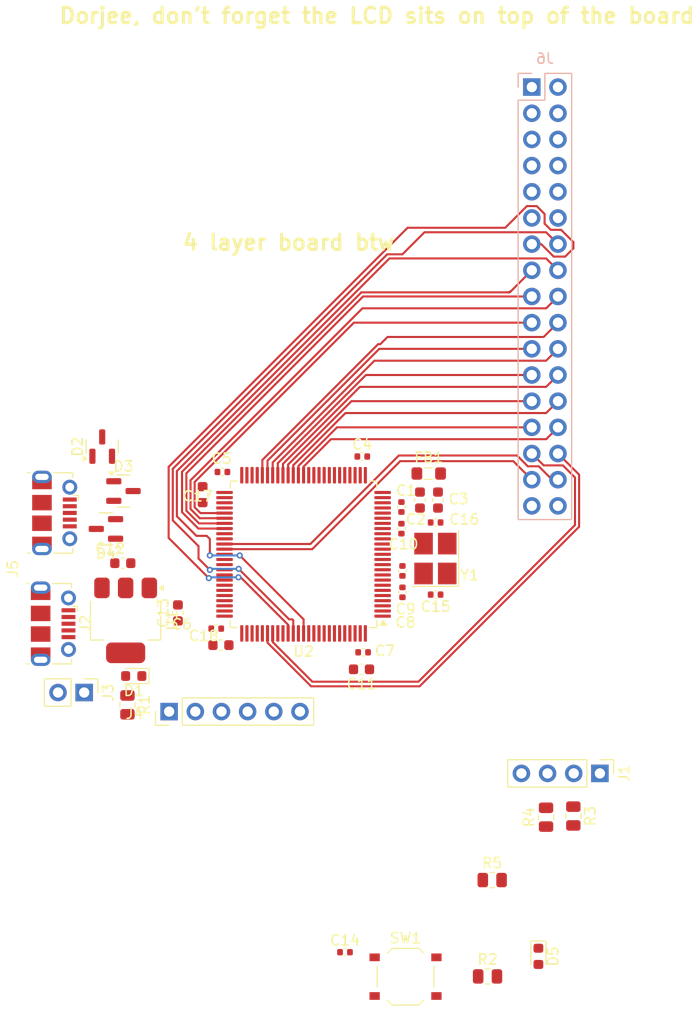
<source format=kicad_pcb>
(kicad_pcb (version 20241229) (generator "pcbnew") (generator_version "9.0")
  (layers (0 "F.Cu" signal) (4 "In1.Cu" signal) (6 "In2.Cu" signal) (2 "B.Cu" power) (13 "F.Paste" user) (15 "B.Paste" user) (5 "F.SilkS" user "F.Silkscreen") (7 "B.SilkS" user "B.Silkscreen") (1 "F.Mask" user) (3 "B.Mask" user) (25 "Edge.Cuts" user))
  (net 0 "")
  (net 1 "GND")
  (net 2 "+3.3VA")
  (net 3 "+3.3V")
  (net 4 "+5V")
  (net 5 "/SWD_NRST")
  (net 6 "/HSE_IN")
  (net 7 "/HSE_OUT")
  (net 8 "/VCAP1")
  (net 9 "/VCAP2")
  (net 10 "Net-(D1-K)")
  (net 11 "/USB_OTG_FS_VBUS")
  (net 12 "/USB_OTG_FS_D-")
  (net 13 "/USB_OTG_FS_D+")
  (net 14 "Net-(D5-A)")
  (net 15 "/USART2_RX")
  (net 16 "/USART2_TX")
  (net 26 "/SWDIO")
  (net 36 "/FMC_A16")
  (net 38 "/FMC_NOE")
  (net 39 "/LCD_NRST")
  (net 40 "/FMC_D12")
  (net 42 "/FMC_D14")
  (net 43 "/FMC_D13")
  (net 44 "/FMC_D9")
  (net 45 "/FMC_D6")
  (net 46 "/TP_SDI")
  (net 47 "/FMC_D8")
  (net 48 "/TP_IRQ")
  (net 49 "/FMC_NE1")
  (net 50 "/FMC_D7")
  (net 51 "/FMC_D3")
  (net 52 "/FMC_D15")
  (net 53 "/TP_SCK")
  (net 55 "/TP_CS")
  (net 56 "/FMC_D5")
  (net 57 "/BL_PWM")
  (net 58 "/FMC_D1")
  (net 59 "/TP_SDO")
  (net 60 "/FMC_D4")
  (net 61 "/FMC_D11")
  (net 62 "/FMC_D10")
  (net 63 "/FMC_D2")
  (net 64 "/FMC_NWE")
  (net 65 "/FMC_D0")
  (net 66 "/BOOT0")
  (net 67 "Net-(U2-PC9)")
  (net 109 "/SWDO")
  (net 110 "/SWDCLK")
  (net 113 "Net-(J1-Pin_3)")
  (net 114 "Net-(J1-Pin_2)")
  (footprint "Capacitor_SMD:C_0402_1005Metric" (layer "F.Cu") (at 192.5 77.5 -90)
    (property "Reference" "C9" (at 3.7 -0.3 0) (layer "F.SilkS"))
    (property "Value" "100n")
    (pad "1" smd roundrect (at -0.48 0 270) (size 0.56 0.62) (layers "F.Cu" "F.Mask" "F.Paste") (net 3 "+3.3V"))
    (pad "2" smd roundrect (at 0.48 0 270) (size 0.56 0.62) (layers "F.Cu" "F.Mask" "F.Paste") (net 1 "GND"))
  )
  (footprint "Capacitor_SMD:C_0603_1608Metric" (layer "F.Cu") (at 170.7 81.575 90)
    (property "Reference" "C13" (at 0 -1.43 90) (layer "F.SilkS"))
    (property "Value" "22u")
    (pad "1" smd roundrect (at -0.775 0 90) (size 0.9 0.95) (layers "F.Cu" "F.Mask" "F.Paste") (net 3 "+3.3V"))
    (pad "2" smd roundrect (at 0.775 0 90) (size 0.9 0.95) (layers "F.Cu" "F.Mask" "F.Paste") (net 1 "GND"))
  )
  (footprint "Button_Switch_SMD:SW_Push_1P1T_XKB_TS-1187A" (layer "F.Cu") (at 192.8 116.875)
    (property "Reference" "SW1" (at 0 -3.75 0) (layer "F.SilkS"))
    (property "Value" "SW_Push")
    (pad "1" smd rect (at -3 -1.875) (size 1 0.75) (layers "F.Cu" "F.Mask" "F.Paste") (net 1 "GND"))
    (pad "1" smd rect (at 3 -1.875) (size 1 0.75) (layers "F.Cu" "F.Mask" "F.Paste") (net 1 "GND"))
    (pad "2" smd rect (at -3 1.875) (size 1 0.75) (layers "F.Cu" "F.Mask" "F.Paste") (net 5 "/SWD_NRST"))
    (pad "2" smd rect (at 3 1.875) (size 1 0.75) (layers "F.Cu" "F.Mask" "F.Paste") (net 5 "/SWD_NRST"))
  )
  (footprint "Resistor_SMD:R_0805_2012Metric" (layer "F.Cu") (at 209.09 101.2875 -90)
    (property "Reference" "R3" (at 0 -1.65 90) (layer "F.SilkS"))
    (property "Value" "220R")
    (pad "1" smd roundrect (at -0.9125 0 270) (size 1.025 1.4) (layers "F.Cu" "F.Mask" "F.Paste") (roundrect_rratio 0.243902) (net 16 "/USART2_TX"))
    (pad "2" smd roundrect (at 0.9125 0 270) (size 1.025 1.4) (layers "F.Cu" "F.Mask" "F.Paste") (roundrect_rratio 0.243902) (net 114 "Net-(J1-Pin_2)"))
  )
  (footprint "Connector_USB:USB_Micro-B_Molex-105017-0001" (layer "F.Cu") (at 158.7375 71.875 -90)
    (property "Reference" "J5" (at 5.425 4.0625 90) (layer "F.SilkS"))
    (property "Value" "USB_B_Micro")
    (pad "1" smd rect (at -1.3 -1.4625 270) (size 0.4 1.35) (layers "F.Cu" "F.Mask" "F.Paste") (net 11 "/USB_OTG_FS_VBUS"))
    (pad "2" smd rect (at -0.65 -1.4625 270) (size 0.4 1.35) (layers "F.Cu" "F.Mask" "F.Paste") (net 12 "/USB_OTG_FS_D-"))
    (pad "3" smd rect (at 0 -1.4625 270) (size 0.4 1.35) (layers "F.Cu" "F.Mask" "F.Paste") (net 13 "/USB_OTG_FS_D+"))
    (pad "4" smd rect (at 0.65 -1.4625 270) (size 0.4 1.35) (layers "F.Cu" "F.Mask" "F.Paste"))
    (pad "5" smd rect (at 1.3 -1.4625 270) (size 0.4 1.35) (layers "F.Cu" "F.Mask" "F.Paste") (net 1 "GND"))
    (pad "6" thru_hole oval (at -3.5 1.2375 90) (size 1.2 1.9) (drill oval 0.6 1.3) (property pad_prop_heatsink) (layers "*.Cu" "*.Mask"))
    (pad "6" smd rect (at -2.9 1.2375 270) (size 1.2 1.9) (layers "F.Cu" "F.Mask"))
    (pad "6" thru_hole circle (at -2.5 -1.4625 270) (size 1.45 1.45) (drill 0.85) (property pad_prop_heatsink) (layers "*.Cu" "*.Mask"))
    (pad "6" smd rect (at -1 1.2375 270) (size 1.5 1.9) (layers "F.Cu" "F.Mask" "F.Paste"))
    (pad "6" smd rect (at 1 1.2375 270) (size 1.5 1.9) (layers "F.Cu" "F.Mask" "F.Paste"))
    (pad "6" thru_hole circle (at 2.5 -1.4625 270) (size 1.45 1.45) (drill 0.85) (property pad_prop_heatsink) (layers "*.Cu" "*.Mask"))
    (pad "6" smd rect (at 2.9 1.2375 270) (size 1.2 1.9) (layers "F.Cu" "F.Mask"))
    (pad "6" thru_hole oval (at 3.5 1.2375 270) (size 1.2 1.9) (drill oval 0.6 1.3) (property pad_prop_heatsink) (layers "*.Cu" "*.Mask"))
  )
  (footprint "Capacitor_SMD:C_0402_1005Metric" (layer "F.Cu") (at 195.72 79.8 180)
    (property "Reference" "C15" (at 0 -1.16 0) (layer "F.SilkS"))
    (property "Value" "10p")
    (pad "1" smd roundrect (at -0.48 0 180) (size 0.56 0.62) (layers "F.Cu" "F.Mask" "F.Paste") (net 6 "/HSE_IN"))
    (pad "2" smd roundrect (at 0.48 0 180) (size 0.56 0.62) (layers "F.Cu" "F.Mask" "F.Paste") (net 1 "GND"))
  )
  (footprint "Resistor_SMD:R_0805_2012Metric" (layer "F.Cu") (at 200.7625 116.85)
    (property "Reference" "R2" (at 0 -1.65 0) (layer "F.SilkS"))
    (property "Value" "10k")
    (pad "1" smd roundrect (at -0.9125 0) (size 1.025 1.4) (layers "F.Cu" "F.Mask" "F.Paste") (roundrect_rratio 0.243902) (net 1 "GND"))
    (pad "2" smd roundrect (at 0.9125 0) (size 1.025 1.4) (layers "F.Cu" "F.Mask" "F.Paste") (roundrect_rratio 0.243902) (net 66 "/BOOT0"))
  )
  (footprint "Resistor_SMD:R_0805_2012Metric" (layer "F.Cu") (at 201.2125 107.5)
    (property "Reference" "R5" (at 0 -1.65 0) (layer "F.SilkS"))
    (property "Value" "1k")
    (pad "1" smd roundrect (at -0.9125 0) (size 1.025 1.4) (layers "F.Cu" "F.Mask" "F.Paste") (roundrect_rratio 0.243902) (net 67 "Net-(U2-PC9)"))
    (pad "2" smd roundrect (at 0.9125 0) (size 1.025 1.4) (layers "F.Cu" "F.Mask" "F.Paste") (roundrect_rratio 0.243902) (net 14 "Net-(D5-A)"))
  )
  (footprint "Crystal:Crystal_SMD_3225-4Pin_3.2x2.5mm_HandSoldering" (layer "F.Cu") (at 195.7 76.3 90)
    (property "Reference" "Y1" (at -1.6 3.3 0) (layer "F.SilkS"))
    (property "Value" "16MHz")
    (pad "1" smd rect (at -1.45 1.15 90) (size 2.1 1.8) (layers "F.Cu" "F.Mask" "F.Paste") (net 6 "/HSE_IN"))
    (pad "2" smd rect (at 1.45 1.15 90) (size 2.1 1.8) (layers "F.Cu" "F.Mask" "F.Paste") (net 1 "GND"))
    (pad "3" smd rect (at 1.45 -1.15 90) (size 2.1 1.8) (layers "F.Cu" "F.Mask" "F.Paste") (net 7 "/HSE_OUT"))
    (pad "4" smd rect (at -1.45 -1.15 90) (size 2.1 1.8) (layers "F.Cu" "F.Mask" "F.Paste") (net 1 "GND"))
  )
  (footprint "Capacitor_SMD:C_0603_1608Metric" (layer "F.Cu") (at 194.2 70.625 -90)
    (property "Reference" "C2" (at 1.865 0.4 180) (layer "F.SilkS"))
    (property "Value" "10u")
    (pad "1" smd roundrect (at -0.775 0 270) (size 0.9 0.95) (layers "F.Cu" "F.Mask" "F.Paste") (net 2 "+3.3VA"))
    (pad "2" smd roundrect (at 0.775 0 270) (size 0.9 0.95) (layers "F.Cu" "F.Mask" "F.Paste") (net 1 "GND"))
  )
  (footprint "Capacitor_SMD:C_0603_1608Metric" (layer "F.Cu") (at 165.35 76.75)
    (property "Reference" "C12" (at -1.225 -1.43 0) (layer "F.SilkS"))
    (property "Value" "22u")
    (pad "1" smd roundrect (at -0.775 0) (size 0.9 0.95) (layers "F.Cu" "F.Mask" "F.Paste") (net 4 "+5V"))
    (pad "2" smd roundrect (at 0.775 0) (size 0.9 0.95) (layers "F.Cu" "F.Mask" "F.Paste") (net 1 "GND"))
  )
  (footprint "LED_SMD:LED_0603_1608Metric" (layer "F.Cu") (at 166.4125 87.7 180)
    (property "Reference" "D1" (at 0 -1.43 0) (layer "F.SilkS"))
    (property "Value" "RED")
    (pad "1" smd roundrect (at -0.7875 0 180) (size 0.875 0.95) (layers "F.Cu" "F.Mask" "F.Paste") (net 10 "Net-(D1-K)"))
    (pad "2" smd roundrect (at 0.7875 0 180) (size 0.875 0.95) (layers "F.Cu" "F.Mask" "F.Paste") (net 3 "+3.3V"))
  )
  (footprint "Capacitor_SMD:C_0402_1005Metric" (layer "F.Cu") (at 186.92 114.5)
    (property "Reference" "C14" (at 0 -1.16 0) (layer "F.SilkS"))
    (property "Value" "100n")
    (pad "1" smd roundrect (at -0.48 0) (size 0.56 0.62) (layers "F.Cu" "F.Mask" "F.Paste") (net 1 "GND"))
    (pad "2" smd roundrect (at 0.48 0) (size 0.56 0.62) (layers "F.Cu" "F.Mask" "F.Paste") (net 5 "/SWD_NRST"))
  )
  (footprint "Capacitor_SMD:C_0402_1005Metric" (layer "F.Cu") (at 192.5 79.58 90)
    (property "Reference" "C8" (at -2.92 0.3 0) (layer "F.SilkS"))
    (property "Value" "100n")
    (pad "1" smd roundrect (at -0.48 0 90) (size 0.56 0.62) (layers "F.Cu" "F.Mask" "F.Paste") (net 3 "+3.3V"))
    (pad "2" smd roundrect (at 0.48 0 90) (size 0.56 0.62) (layers "F.Cu" "F.Mask" "F.Paste") (net 1 "GND"))
  )
  (footprint "Package_TO_SOT_SMD:SOT-23" (layer "F.Cu") (at 163.35 65.4375 90)
    (property "Reference" "D2" (at 0 -2.4 90) (layer "F.SilkS"))
    (property "Value" "P6SMB6.8")
    (pad "1" smd roundrect (at -0.9375 -0.95 90) (size 1.475 0.6) (layers "F.Cu" "F.Mask" "F.Paste") (net 1 "GND"))
    (pad "2" smd roundrect (at -0.9375 0.95 90) (size 1.475 0.6) (layers "F.Cu" "F.Mask" "F.Paste") (net 11 "/USB_OTG_FS_VBUS"))
    (pad "3" smd roundrect (at 0.9375 0 90) (size 1.475 0.6) (layers "F.Cu" "F.Mask" "F.Paste"))
  )
  (footprint "Capacitor_SMD:C_0402_1005Metric" (layer "F.Cu") (at 195.72 72.8)
    (property "Reference" "C16" (at 2.78 -0.3 0) (layer "F.SilkS"))
    (property "Value" "10p")
    (pad "1" smd roundrect (at -0.48 0) (size 0.56 0.62) (layers "F.Cu" "F.Mask" "F.Paste") (net 7 "/HSE_OUT"))
    (pad "2" smd roundrect (at 0.48 0) (size 0.56 0.62) (layers "F.Cu" "F.Mask" "F.Paste") (net 1 "GND"))
  )
  (footprint "Capacitor_SMD:C_0603_1608Metric" (layer "F.Cu") (at 174.875 84.7 180)
    (property "Reference" "C18" (at 1.675 0.9 180) (layer "F.SilkS"))
    (property "Value" "2u2")
    (pad "1" smd roundrect (at -0.775 0 180) (size 0.9 0.95) (layers "F.Cu" "F.Mask" "F.Paste") (net 9 "/VCAP2"))
    (pad "2" smd roundrect (at 0.775 0 180) (size 0.9 0.95) (layers "F.Cu" "F.Mask" "F.Paste") (net 1 "GND"))
  )
  (footprint "LED_SMD:LED_0603_1608Metric" (layer "F.Cu") (at 205.7 114.9 -90)
    (property "Reference" "D5" (at 0 -1.43 90) (layer "F.SilkS"))
    (property "Value" "GREEN")
    (pad "1" smd roundrect (at -0.7875 0 270) (size 0.875 0.95) (layers "F.Cu" "F.Mask" "F.Paste") (net 1 "GND"))
    (pad "2" smd roundrect (at 0.7875 0 270) (size 0.875 0.95) (layers "F.Cu" "F.Mask" "F.Paste") (net 14 "Net-(D5-A)"))
  )
  (footprint "Package_TO_SOT_SMD:SOT-23" (layer "F.Cu") (at 163.7125 73.425 180)
    (property "Reference" "D4" (at 0 -2.4 0) (layer "F.SilkS"))
    (property "Value" "P6SMB6.8")
    (pad "1" smd roundrect (at -0.9375 -0.95 180) (size 1.475 0.6) (layers "F.Cu" "F.Mask" "F.Paste") (net 1 "GND"))
    (pad "2" smd roundrect (at -0.9375 0.95 180) (size 1.475 0.6) (layers "F.Cu" "F.Mask" "F.Paste") (net 13 "/USB_OTG_FS_D+"))
    (pad "3" smd roundrect (at 0.9375 0 180) (size 1.475 0.6) (layers "F.Cu" "F.Mask" "F.Paste"))
  )
  (footprint "Capacitor_SMD:C_0402_1005Metric" (layer "F.Cu") (at 175.02 67.9 180)
    (property "Reference" "C5" (at 0.07 1.3 0) (layer "F.SilkS"))
    (property "Value" "100n")
    (pad "1" smd roundrect (at -0.48 0 180) (size 0.56 0.62) (layers "F.Cu" "F.Mask" "F.Paste") (net 3 "+3.3V"))
    (pad "2" smd roundrect (at 0.48 0 180) (size 0.56 0.62) (layers "F.Cu" "F.Mask" "F.Paste") (net 1 "GND"))
  )
  (footprint "Connector_USB:USB_Micro-B_Molex-105017-0001" (layer "F.Cu") (at 158.6125 82.625 -90)
    (property "Reference" "J2" (at 0 -3.1125 90) (layer "F.SilkS"))
    (property "Value" "USB_B_Micro")
    (pad "1" smd rect (at -1.3 -1.4625 270) (size 0.4 1.35) (layers "F.Cu" "F.Mask" "F.Paste") (net 4 "+5V"))
    (pad "2" smd rect (at -0.65 -1.4625 270) (size 0.4 1.35) (layers "F.Cu" "F.Mask" "F.Paste"))
    (pad "3" smd rect (at 0 -1.4625 270) (size 0.4 1.35) (layers "F.Cu" "F.Mask" "F.Paste"))
    (pad "4" smd rect (at 0.65 -1.4625 270) (size 0.4 1.35) (layers "F.Cu" "F.Mask" "F.Paste"))
    (pad "5" smd rect (at 1.3 -1.4625 270) (size 0.4 1.35) (layers "F.Cu" "F.Mask" "F.Paste") (net 1 "GND"))
    (pad "6" thru_hole oval (at -3.5 1.2375 90) (size 1.2 1.9) (drill oval 0.6 1.3) (property pad_prop_heatsink) (layers "*.Cu" "*.Mask"))
    (pad "6" smd rect (at -2.9 1.2375 270) (size 1.2 1.9) (layers "F.Cu" "F.Mask"))
    (pad "6" thru_hole circle (at -2.5 -1.4625 270) (size 1.45 1.45) (drill 0.85) (property pad_prop_heatsink) (layers "*.Cu" "*.Mask"))
    (pad "6" smd rect (at -1 1.2375 270) (size 1.5 1.9) (layers "F.Cu" "F.Mask" "F.Paste"))
    (pad "6" smd rect (at 1 1.2375 270) (size 1.5 1.9) (layers "F.Cu" "F.Mask" "F.Paste"))
    (pad "6" thru_hole circle (at 2.5 -1.4625 270) (size 1.45 1.45) (drill 0.85) (property pad_prop_heatsink) (layers "*.Cu" "*.Mask"))
    (pad "6" smd rect (at 2.9 1.2375 270) (size 1.2 1.9) (layers "F.Cu" "F.Mask"))
    (pad "6" thru_hole oval (at 3.5 1.2375 270) (size 1.2 1.9) (drill oval 0.6 1.3) (property pad_prop_heatsink) (layers "*.Cu" "*.Mask"))
  )
  (footprint "Package_QFP:LQFP-100_14x14mm_P0.5mm" (layer "F.Cu") (at 182.9 75.89 180)
    (property "Reference" "U2" (at 0 -9.42 0) (layer "F.SilkS"))
    (property "Value" "STM32F429VITx")
    (pad "1" smd roundrect (at -7.675 -6 180) (size 1.6 0.3) (layers "F.Cu" "F.Mask" "F.Paste"))
    (pad "2" smd roundrect (at -7.675 -5.5 180) (size 1.6 0.3) (layers "F.Cu" "F.Mask" "F.Paste"))
    (pad "3" smd roundrect (at -7.675 -5 180) (size 1.6 0.3) (layers "F.Cu" "F.Mask" "F.Paste"))
    (pad "4" smd roundrect (at -7.675 -4.5 180) (size 1.6 0.3) (layers "F.Cu" "F.Mask" "F.Paste"))
    (pad "5" smd roundrect (at -7.675 -4 180) (size 1.6 0.3) (layers "F.Cu" "F.Mask" "F.Paste"))
    (pad "6" smd roundrect (at -7.675 -3.5 180) (size 1.6 0.3) (layers "F.Cu" "F.Mask" "F.Paste") (net 3 "+3.3V"))
    (pad "7" smd roundrect (at -7.675 -3 180) (size 1.6 0.3) (layers "F.Cu" "F.Mask" "F.Paste"))
    (pad "8" smd roundrect (at -7.675 -2.5 180) (size 1.6 0.3) (layers "F.Cu" "F.Mask" "F.Paste"))
    (pad "9" smd roundrect (at -7.675 -2 180) (size 1.6 0.3) (layers "F.Cu" "F.Mask" "F.Paste"))
    (pad "10" smd roundrect (at -7.675 -1.5 180) (size 1.6 0.3) (layers "F.Cu" "F.Mask" "F.Paste") (net 1 "GND"))
    (pad "11" smd roundrect (at -7.675 -1 180) (size 1.6 0.3) (layers "F.Cu" "F.Mask" "F.Paste") (net 3 "+3.3V"))
    (pad "12" smd roundrect (at -7.675 -0.5 180) (size 1.6 0.3) (layers "F.Cu" "F.Mask" "F.Paste") (net 6 "/HSE_IN"))
    (pad "13" smd roundrect (at -7.675 0 180) (size 1.6 0.3) (layers "F.Cu" "F.Mask" "F.Paste") (net 7 "/HSE_OUT"))
    (pad "14" smd roundrect (at -7.675 0.5 180) (size 1.6 0.3) (layers "F.Cu" "F.Mask" "F.Paste") (net 5 "/SWD_NRST"))
    (pad "15" smd roundrect (at -7.675 1 180) (size 1.6 0.3) (layers "F.Cu" "F.Mask" "F.Paste"))
    (pad "16" smd roundrect (at -7.675 1.5 180) (size 1.6 0.3) (layers "F.Cu" "F.Mask" "F.Paste"))
    (pad "17" smd roundrect (at -7.675 2 180) (size 1.6 0.3) (layers "F.Cu" "F.Mask" "F.Paste"))
    (pad "18" smd roundrect (at -7.675 2.5 180) (size 1.6 0.3) (layers "F.Cu" "F.Mask" "F.Paste"))
    (pad "19" smd roundrect (at -7.675 3 180) (size 1.6 0.3) (layers "F.Cu" "F.Mask" "F.Paste") (net 3 "+3.3V"))
    (pad "20" smd roundrect (at -7.675 3.5 180) (size 1.6 0.3) (layers "F.Cu" "F.Mask" "F.Paste") (net 1 "GND"))
    (pad "21" smd roundrect (at -7.675 4 180) (size 1.6 0.3) (layers "F.Cu" "F.Mask" "F.Paste") (net 2 "+3.3VA"))
    (pad "22" smd roundrect (at -7.675 4.5 180) (size 1.6 0.3) (layers "F.Cu" "F.Mask" "F.Paste") (net 2 "+3.3VA"))
    (pad "23" smd roundrect (at -7.675 5 180) (size 1.6 0.3) (layers "F.Cu" "F.Mask" "F.Paste"))
    (pad "24" smd roundrect (at -7.675 5.5 180) (size 1.6 0.3) (layers "F.Cu" "F.Mask" "F.Paste") (net 57 "/BL_PWM"))
    (pad "25" smd roundrect (at -7.675 6 180) (size 1.6 0.3) (layers "F.Cu" "F.Mask" "F.Paste") (net 16 "/USART2_TX"))
    (pad "26" smd roundrect (at -6 7.675 180) (size 0.3 1.6) (layers "F.Cu" "F.Mask" "F.Paste") (net 15 "/USART2_RX"))
    (pad "27" smd roundrect (at -5.5 7.675 180) (size 0.3 1.6) (layers "F.Cu" "F.Mask" "F.Paste") (net 1 "GND"))
    (pad "28" smd roundrect (at -5 7.675 180) (size 0.3 1.6) (layers "F.Cu" "F.Mask" "F.Paste") (net 3 "+3.3V"))
    (pad "29" smd roundrect (at -4.5 7.675 180) (size 0.3 1.6) (layers "F.Cu" "F.Mask" "F.Paste") (net 55 "/TP_CS"))
    (pad "30" smd roundrect (at -4 7.675 180) (size 0.3 1.6) (layers "F.Cu" "F.Mask" "F.Paste") (net 53 "/TP_SCK"))
    (pad "31" smd roundrect (at -3.5 7.675 180) (size 0.3 1.6) (layers "F.Cu" "F.Mask" "F.Paste") (net 59 "/TP_SDO"))
    (pad "32" smd roundrect (at -3 7.675 180) (size 0.3 1.6) (layers "F.Cu" "F.Mask" "F.Paste") (net 46 "/TP_SDI"))
    (pad "33" smd roundrect (at -2.5 7.675 180) (size 0.3 1.6) (layers "F.Cu" "F.Mask" "F.Paste") (net 48 "/TP_IRQ"))
    (pad "34" smd roundrect (at -2 7.675 180) (size 0.3 1.6) (layers "F.Cu" "F.Mask" "F.Paste"))
    (pad "35" smd roundrect (at -1.5 7.675 180) (size 0.3 1.6) (layers "F.Cu" "F.Mask" "F.Paste"))
    (pad "36" smd roundrect (at -1 7.675 180) (size 0.3 1.6) (layers "F.Cu" "F.Mask" "F.Paste"))
    (pad "37" smd roundrect (at -0.5 7.675 180) (size 0.3 1.6) (layers "F.Cu" "F.Mask" "F.Paste"))
    (pad "38" smd roundrect (at 0 7.675 180) (size 0.3 1.6) (layers "F.Cu" "F.Mask" "F.Paste") (net 60 "/FMC_D4"))
    (pad "39" smd roundrect (at 0.5 7.675 180) (size 0.3 1.6) (layers "F.Cu" "F.Mask" "F.Paste") (net 56 "/FMC_D5"))
    (pad "40" smd roundrect (at 1 7.675 180) (size 0.3 1.6) (layers "F.Cu" "F.Mask" "F.Paste") (net 45 "/FMC_D6"))
    (pad "41" smd roundrect (at 1.5 7.675 180) (size 0.3 1.6) (layers "F.Cu" "F.Mask" "F.Paste") (net 50 "/FMC_D7"))
    (pad "42" smd roundrect (at 2 7.675 180) (size 0.3 1.6) (layers "F.Cu" "F.Mask" "F.Paste") (net 47 "/FMC_D8"))
    (pad "43" smd roundrect (at 2.5 7.675 180) (size 0.3 1.6) (layers "F.Cu" "F.Mask" "F.Paste") (net 44 "/FMC_D9"))
    (pad "44" smd roundrect (at 3 7.675 180) (size 0.3 1.6) (layers "F.Cu" "F.Mask" "F.Paste") (net 62 "/FMC_D10"))
    (pad "45" smd roundrect (at 3.5 7.675 180) (size 0.3 1.6) (layers "F.Cu" "F.Mask" "F.Paste") (net 61 "/FMC_D11"))
    (pad "46" smd roundrect (at 4 7.675 180) (size 0.3 1.6) (layers "F.Cu" "F.Mask" "F.Paste") (net 40 "/FMC_D12"))
    (pad "47" smd roundrect (at 4.5 7.675 180) (size 0.3 1.6) (layers "F.Cu" "F.Mask" "F.Paste"))
    (pad "48" smd roundrect (at 5 7.675 180) (size 0.3 1.6) (layers "F.Cu" "F.Mask" "F.Paste"))
    (pad "49" smd roundrect (at 5.5 7.675 180) (size 0.3 1.6) (layers "F.Cu" "F.Mask" "F.Paste") (net 8 "/VCAP1"))
    (pad "50" smd roundrect (at 6 7.675 180) (size 0.3 1.6) (layers "F.Cu" "F.Mask" "F.Paste") (net 3 "+3.3V"))
    (pad "51" smd roundrect (at 7.675 6 180) (size 1.6 0.3) (layers "F.Cu" "F.Mask" "F.Paste"))
    (pad "52" smd roundrect (at 7.675 5.5 180) (size 1.6 0.3) (layers "F.Cu" "F.Mask" "F.Paste"))
    (pad "53" smd roundrect (at 7.675 5 180) (size 1.6 0.3) (layers "F.Cu" "F.Mask" "F.Paste"))
    (pad "54" smd roundrect (at 7.675 4.5 180) (size 1.6 0.3) (layers "F.Cu" "F.Mask" "F.Paste"))
    (pad "55" smd roundrect (at 7.675 4 180) (size 1.6 0.3) (layers "F.Cu" "F.Mask" "F.Paste") (net 43 "/FMC_D13"))
    (pad "56" smd roundrect (at 7.675 3.5 180) (size 1.6 0.3) (layers "F.Cu" "F.Mask" "F.Paste") (net 42 "/FMC_D14"))
    (pad "57" smd roundrect (at 7.675 3 180) (size 1.6 0.3) (layers "F.Cu" "F.Mask" "F.Paste") (net 52 "/FMC_D15"))
    (pad "58" smd roundrect (at 7.675 2.5 180) (size 1.6 0.3) (layers "F.Cu" "F.Mask" "F.Paste") (net 36 "/FMC_A16"))
    (pad "59" smd roundrect (at 7.675 2 180) (size 1.6 0.3) (layers "F.Cu" "F.Mask" "F.Paste"))
    (pad "60" smd roundrect (at 7.675 1.5 180) (size 1.6 0.3) (layers "F.Cu" "F.Mask" "F.Paste"))
    (pad "61" smd roundrect (at 7.675 1 180) (size 1.6 0.3) (layers "F.Cu" "F.Mask" "F.Paste") (net 65 "/FMC_D0"))
    (pad "62" smd roundrect (at 7.675 0.5 180) (size 1.6 0.3) (layers "F.Cu" "F.Mask" "F.Paste") (net 58 "/FMC_D1"))
    (pad "63" smd roundrect (at 7.675 0 180) (size 1.6 0.3) (layers "F.Cu" "F.Mask" "F.Paste"))
    (pad "64" smd roundrect (at 7.675 -0.5 180) (size 1.6 0.3) (layers "F.Cu" "F.Mask" "F.Paste"))
    (pad "65" smd roundrect (at 7.675 -1 180) (size 1.6 0.3) (layers "F.Cu" "F.Mask" "F.Paste"))
    (pad "66" smd roundrect (at 7.675 -1.5 180) (size 1.6 0.3) (layers "F.Cu" "F.Mask" "F.Paste") (net 67 "Net-(U2-PC9)"))
    (pad "67" smd roundrect (at 7.675 -2 180) (size 1.6 0.3) (layers "F.Cu" "F.Mask" "F.Paste"))
    (pad "68" smd roundrect (at 7.675 -2.5 180) (size 1.6 0.3) (layers "F.Cu" "F.Mask" "F.Paste") (net 11 "/USB_OTG_FS_VBUS"))
    (pad "69" smd roundrect (at 7.675 -3 180) (size 1.6 0.3) (layers "F.Cu" "F.Mask" "F.Paste"))
    (pad "70" smd roundrect (at 7.675 -3.5 180) (size 1.6 0.3) (layers "F.Cu" "F.Mask" "F.Paste") (net 12 "/USB_OTG_FS_D-"))
    (pad "71" smd roundrect (at 7.675 -4 180) (size 1.6 0.3) (layers "F.Cu" "F.Mask" "F.Paste") (net 13 "/USB_OTG_FS_D+"))
    (pad "72" smd roundrect (at 7.675 -4.5 180) (size 1.6 0.3) (layers "F.Cu" "F.Mask" "F.Paste") (net 26 "/SWDIO"))
    (pad "73" smd roundrect (at 7.675 -5 180) (size 1.6 0.3) (layers "F.Cu" "F.Mask" "F.Paste") (net 9 "/VCAP2"))
    (pad "74" smd roundrect (at 7.675 -5.5 180) (size 1.6 0.3) (layers "F.Cu" "F.Mask" "F.Paste") (net 1 "GND"))
    (pad "75" smd roundrect (at 7.675 -6 180) (size 1.6 0.3) (layers "F.Cu" "F.Mask" "F.Paste") (net 3 "+3.3V"))
    (pad "76" smd roundrect (at 6 -7.675 180) (size 0.3 1.6) (layers "F.Cu" "F.Mask" "F.Paste") (net 110 "/SWDCLK"))
    (pad "77" smd roundrect (at 5.5 -7.675 180) (size 0.3 1.6) (layers "F.Cu" "F.Mask" "F.Paste"))
    (pad "78" smd roundrect (at 5 -7.675 180) (size 0.3 1.6) (layers "F.Cu" "F.Mask" "F.Paste"))
    (pad "79" smd roundrect (at 4.5 -7.675 180) (size 0.3 1.6) (layers "F.Cu" "F.Mask" "F.Paste"))
    (pad "80" smd roundrect (at 4 -7.675 180) (size 0.3 1.6) (layers "F.Cu" "F.Mask" "F.Paste"))
    (pad "81" smd roundrect (at 3.5 -7.675 180) (size 0.3 1.6) (layers "F.Cu" "F.Mask" "F.Paste") (net 63 "/FMC_D2"))
    (pad "82" smd roundrect (at 3 -7.675 180) (size 0.3 1.6) (layers "F.Cu" "F.Mask" "F.Paste") (net 51 "/FMC_D3"))
    (pad "83" smd roundrect (at 2.5 -7.675 180) (size 0.3 1.6) (layers "F.Cu" "F.Mask" "F.Paste"))
    (pad "84" smd roundrect (at 2 -7.675 180) (size 0.3 1.6) (layers "F.Cu" "F.Mask" "F.Paste"))
    (pad "85" smd roundrect (at 1.5 -7.675 180) (size 0.3 1.6) (layers "F.Cu" "F.Mask" "F.Paste") (net 38 "/FMC_NOE"))
    (pad "86" smd roundrect (at 1 -7.675 180) (size 0.3 1.6) (layers "F.Cu" "F.Mask" "F.Paste") (net 64 "/FMC_NWE"))
    (pad "87" smd roundrect (at 0.5 -7.675 180) (size 0.3 1.6) (layers "F.Cu" "F.Mask" "F.Paste") (net 39 "/LCD_NRST"))
    (pad "88" smd roundrect (at 0 -7.675 180) (size 0.3 1.6) (layers "F.Cu" "F.Mask" "F.Paste") (net 49 "/FMC_NE1"))
    (pad "89" smd roundrect (at -0.5 -7.675 180) (size 0.3 1.6) (layers "F.Cu" "F.Mask" "F.Paste") (net 109 "/SWDO"))
    (pad "90" smd roundrect (at -1 -7.675 180) (size 0.3 1.6) (layers "F.Cu" "F.Mask" "F.Paste"))
    (pad "91" smd roundrect (at -1.5 -7.675 180) (size 0.3 1.6) (layers "F.Cu" "F.Mask" "F.Paste"))
    (pad "92" smd roundrect (at -2 -7.675 180) (size 0.3 1.6) (layers "F.Cu" "F.Mask" "F.Paste"))
    (pad "93" smd roundrect (at -2.5 -7.675 180) (size 0.3 1.6) (layers "F.Cu" "F.Mask" "F.Paste"))
    (pad "94" smd roundrect (at -3 -7.675 180) (size 0.3 1.6) (layers "F.Cu" "F.Mask" "F.Paste") (net 66 "/BOOT0"))
    (pad "95" smd roundrect (at -3.5 -7.675 180) (size 0.3 1.6) (layers "F.Cu" "F.Mask" "F.Paste"))
    (pad "96" smd roundrect (at -4 -7.675 180) (size 0.3 1.6) (layers "F.Cu" "F.Mask" "F.Paste"))
    (pad "97" smd roundrect (at -4.5 -7.675 180) (size 0.3 1.6) (layers "F.Cu" "F.Mask" "F.Paste"))
    (pad "98" smd roundrect (at -5 -7.675 180) (size 0.3 1.6) (layers "F.Cu" "F.Mask" "F.Paste"))
    (pad "99" smd roundrect (at -5.5 -7.675 180) (size 0.3 1.6) (layers "F.Cu" "F.Mask" "F.Paste") (net 1 "GND"))
    (pad "100" smd roundrect (at -6 -7.675 180) (size 0.3 1.6) (layers "F.Cu" "F.Mask" "F.Paste") (net 3 "+3.3V"))
  )
  (footprint "Package_TO_SOT_SMD:SOT-223-3_TabPin2" (layer "F.Cu") (at 165.625 82.3 -90)
    (property "Reference" "U1" (at 0 -4.5 90) (layer "F.SilkS"))
    (property "Value" "AMS1117-3.3")
    (pad "1" smd roundrect (at -3.15 -2.3 270) (size 2 1.5) (layers "F.Cu" "F.Mask" "F.Paste") (net 1 "GND"))
    (pad "2" smd roundrect (at -3.15 0 270) (size 2 1.5) (layers "F.Cu" "F.Mask" "F.Paste") (net 3 "+3.3V"))
    (pad "2" smd roundrect (at 3.15 0 270) (size 2 3.8) (layers "F.Cu" "F.Mask" "F.Paste") (net 3 "+3.3V"))
    (pad "3" smd roundrect (at -3.15 2.3 270) (size 2 1.5) (layers "F.Cu" "F.Mask" "F.Paste") (net 4 "+5V"))
  )
  (footprint "Capacitor_SMD:C_0402_1005Metric" (layer "F.Cu") (at 188.6 66.4)
    (property "Reference" "C4" (at 0 -1.16 0) (layer "F.SilkS"))
    (property "Value" "100n")
    (pad "1" smd roundrect (at -0.48 0) (size 0.56 0.62) (layers "F.Cu" "F.Mask" "F.Paste") (net 3 "+3.3V"))
    (pad "2" smd roundrect (at 0.48 0) (size 0.56 0.62) (layers "F.Cu" "F.Mask" "F.Paste") (net 1 "GND"))
  )
  (footprint "Capacitor_SMD:C_0402_1005Metric" (layer "F.Cu") (at 192.4 71.3 -90)
    (property "Reference" "C1" (at -1.6 -0.46 0) (layer "F.SilkS"))
    (property "Value" "100n")
    (pad "1" smd roundrect (at -0.48 0 270) (size 0.56 0.62) (layers "F.Cu" "F.Mask" "F.Paste") (net 2 "+3.3VA"))
    (pad "2" smd roundrect (at 0.48 0 270) (size 0.56 0.62) (layers "F.Cu" "F.Mask" "F.Paste") (net 1 "GND"))
  )
  (footprint "Connector_PinHeader_2.54mm:PinHeader_1x02_P2.54mm_Vertical" (layer "F.Cu") (at 161.6 89.3 -90)
    (property "Reference" "J3" (at 0 -2.33 90) (layer "F.SilkS"))
    (property "Value" "Conn_01x02")
    (pad "1" thru_hole rect (at 0 0 270) (size 1.7 1.7) (drill 1) (layers "*.Cu" "*.Mask") (net 4 "+5V"))
    (pad "2" thru_hole oval (at 0 2.54 270) (size 1.7 1.7) (drill 1) (layers "*.Cu" "*.Mask") (net 1 "GND"))
  )
  (footprint "Capacitor_SMD:C_0402_1005Metric" (layer "F.Cu") (at 188.68 85.4 180)
    (property "Reference" "C7" (at -2.12 0.15 0) (layer "F.SilkS"))
    (property "Value" "100n")
    (pad "1" smd roundrect (at -0.48 0 180) (size 0.56 0.62) (layers "F.Cu" "F.Mask" "F.Paste") (net 3 "+3.3V"))
    (pad "2" smd roundrect (at 0.48 0 180) (size 0.56 0.62) (layers "F.Cu" "F.Mask" "F.Paste") (net 1 "GND"))
  )
  (footprint "Connector_PinHeader_2.54mm:PinHeader_1x06_P2.54mm_Vertical" (layer "F.Cu") (at 169.85 91.15 90)
    (property "Reference" "J4" (at -0.2 -3.37 0) (layer "F.SilkS"))
    (property "Value" "Conn_01x06")
    (pad "1" thru_hole rect (at 0 0 90) (size 1.7 1.7) (drill 1) (layers "*.Cu" "*.Mask") (net 3 "+3.3V"))
    (pad "2" thru_hole oval (at 0 2.54 90) (size 1.7 1.7) (drill 1) (layers "*.Cu" "*.Mask") (net 5 "/SWD_NRST"))
    (pad "3" thru_hole oval (at 0 5.08 90) (size 1.7 1.7) (drill 1) (layers "*.Cu" "*.Mask") (net 26 "/SWDIO"))
    (pad "4" thru_hole oval (at 0 7.62 90) (size 1.7 1.7) (drill 1) (layers "*.Cu" "*.Mask") (net 110 "/SWDCLK"))
    (pad "5" thru_hole oval (at 0 10.16 90) (size 1.7 1.7) (drill 1) (layers "*.Cu" "*.Mask") (net 109 "/SWDO"))
    (pad "6" thru_hole oval (at 0 12.7 90) (size 1.7 1.7) (drill 1) (layers "*.Cu" "*.Mask") (net 1 "GND"))
  )
  (footprint "Connector_PinHeader_2.54mm:PinHeader_1x04_P2.54mm_Vertical" (layer "F.Cu") (at 211.67 97.15 -90)
    (property "Reference" "J1" (at 0 -2.33 90) (layer "F.SilkS"))
    (property "Value" "Conn_01x04")
    (pad "1" thru_hole rect (at 0 0 270) (size 1.7 1.7) (drill 1) (layers "*.Cu" "*.Mask") (net 3 "+3.3V"))
    (pad "2" thru_hole oval (at 0 2.54 270) (size 1.7 1.7) (drill 1) (layers "*.Cu" "*.Mask") (net 114 "Net-(J1-Pin_2)"))
    (pad "3" thru_hole oval (at 0 5.08 270) (size 1.7 1.7) (drill 1) (layers "*.Cu" "*.Mask") (net 113 "Net-(J1-Pin_3)"))
    (pad "4" thru_hole oval (at 0 7.62 270) (size 1.7 1.7) (drill 1) (layers "*.Cu" "*.Mask") (net 1 "GND"))
  )
  (footprint "Capacitor_SMD:C_0402_1005Metric" (layer "F.Cu") (at 174.42 83.1 180)
    (property "Reference" "C6" (at 3.345 0.425 0) (layer "F.SilkS"))
    (property "Value" "100n")
    (pad "1" smd roundrect (at -0.48 0 180) (size 0.56 0.62) (layers "F.Cu" "F.Mask" "F.Paste") (net 3 "+3.3V"))
    (pad "2" smd roundrect (at 0.48 0 180) (size 0.56 0.62) (layers "F.Cu" "F.Mask" "F.Paste") (net 1 "GND"))
  )
  (footprint "Capacitor_SMD:C_0402_1005Metric" (layer "F.Cu") (at 192.4 73.4 90)
    (property "Reference" "C10" (at -1.5 0.2 0) (layer "F.SilkS"))
    (property "Value" "100n")
    (pad "1" smd roundrect (at -0.48 0 90) (size 0.56 0.62) (layers "F.Cu" "F.Mask" "F.Paste") (net 3 "+3.3V"))
    (pad "2" smd roundrect (at 0.48 0 90) (size 0.56 0.62) (layers "F.Cu" "F.Mask" "F.Paste") (net 1 "GND"))
  )
  (footprint "Capacitor_SMD:C_0603_1608Metric" (layer "F.Cu") (at 195.95 70.625 -90)
    (property "Reference" "C3" (at -0.1 -2 0) (layer "F.SilkS"))
    (property "Value" "1u")
    (pad "1" smd roundrect (at -0.775 0 270) (size 0.9 0.95) (layers "F.Cu" "F.Mask" "F.Paste") (net 3 "+3.3V"))
    (pad "2" smd roundrect (at 0.775 0 270) (size 0.9 0.95) (layers "F.Cu" "F.Mask" "F.Paste") (net 1 "GND"))
  )
  (footprint "Inductor_SMD:L_0805_2012Metric_Pad1.05x1.20mm_HandSolder" (layer "F.Cu") (at 195.05 68.05)
    (property "Reference" "FB1" (at 0 -1.55 0) (layer "F.SilkS"))
    (property "Value" "120R")
    (pad "1" smd roundrect (at -1.15 0) (size 1.05 1.2) (layers "F.Cu" "F.Mask" "F.Paste") (roundrect_rratio 0.238095) (net 2 "+3.3VA"))
    (pad "2" smd roundrect (at 1.15 0) (size 1.05 1.2) (layers "F.Cu" "F.Mask" "F.Paste") (roundrect_rratio 0.238095) (net 3 "+3.3V"))
  )
  (footprint "Capacitor_SMD:C_0603_1608Metric" (layer "F.Cu") (at 188.525 87.05 180)
    (property "Reference" "C11" (at 0 -1.43 0) (layer "F.SilkS"))
    (property "Value" "10u")
    (pad "1" smd roundrect (at -0.775 0 180) (size 0.9 0.95) (layers "F.Cu" "F.Mask" "F.Paste") (net 3 "+3.3V"))
    (pad "2" smd roundrect (at 0.775 0 180) (size 0.9 0.95) (layers "F.Cu" "F.Mask" "F.Paste") (net 1 "GND"))
  )
  (footprint "Package_TO_SOT_SMD:SOT-23" (layer "F.Cu") (at 165.4125 69.75)
    (property "Reference" "D3" (at 0 -2.4 0) (layer "F.SilkS"))
    (property "Value" "P6SMB6.8")
    (pad "1" smd roundrect (at -0.9375 -0.95) (size 1.475 0.6) (layers "F.Cu" "F.Mask" "F.Paste") (net 1 "GND"))
    (pad "2" smd roundrect (at -0.9375 0.95) (size 1.475 0.6) (layers "F.Cu" "F.Mask" "F.Paste") (net 12 "/USB_OTG_FS_D-"))
    (pad "3" smd roundrect (at 0.9375 0) (size 1.475 0.6) (layers "F.Cu" "F.Mask" "F.Paste"))
  )
  (footprint "Capacitor_SMD:C_0603_1608Metric" (layer "F.Cu") (at 173.1 70.1 -90)
    (property "Reference" "C17" (at 0.15 0.475 180) (layer "F.SilkS"))
    (property "Value" "2u2")
    (pad "1" smd roundrect (at -0.775 0 270) (size 0.9 0.95) (layers "F.Cu" "F.Mask" "F.Paste") (net 8 "/VCAP1"))
    (pad "2" smd roundrect (at 0.775 0 270) (size 0.9 0.95) (layers "F.Cu" "F.Mask" "F.Paste") (net 1 "GND"))
  )
  (footprint "Resistor_SMD:R_0805_2012Metric" (layer "F.Cu") (at 206.44 101.4 90)
    (property "Reference" "R4" (at 0 -1.65 90) (layer "F.SilkS"))
    (property "Value" "220R")
    (pad "1" smd roundrect (at -0.9125 0 90) (size 1.025 1.4) (layers "F.Cu" "F.Mask" "F.Paste") (roundrect_rratio 0.243902) (net 15 "/USART2_RX"))
    (pad "2" smd roundrect (at 0.9125 0 90) (size 1.025 1.4) (layers "F.Cu" "F.Mask" "F.Paste") (roundrect_rratio 0.243902) (net 113 "Net-(J1-Pin_3)"))
  )
  (footprint "Resistor_SMD:R_0805_2012Metric" (layer "F.Cu") (at 165.8 90.5 -90)
    (property "Reference" "R1" (at 0 -1.65 90) (layer "F.SilkS"))
    (property "Value" "1k")
    (pad "1" smd roundrect (at -0.9125 0 270) (size 1.025 1.4) (layers "F.Cu" "F.Mask" "F.Paste") (roundrect_rratio 0.243902) (net 10 "Net-(D1-K)"))
    (pad "2" smd roundrect (at 0.9125 0 270) (size 1.025 1.4) (layers "F.Cu" "F.Mask" "F.Paste") (roundrect_rratio 0.243902) (net 1 "GND"))
  )
  (footprint "Connector_PinSocket_2.54mm:PinSocket_2x17_P2.54mm_Vertical" (layer "B.Cu") (at 205.06 30.55 180)
    (property "Reference" "J6" (at -1.27 2.77 0) (layer "B.SilkS") (effects (justify mirror)))
    (property "Value" "2x17 odd-even connector")
    (pad "1" thru_hole rect (at 0 0 180) (size 1.7 1.7) (drill 1) (layers "*.Cu" "*.Mask") (net 1 "GND"))
    (pad "2" thru_hole oval (at -2.54 0 180) (size 1.7 1.7) (drill 1) (layers "*.Cu" "*.Mask") (net 3 "+3.3V"))
    (pad "3" thru_hole oval (at 0 -2.54 180) (size 1.7 1.7) (drill 1) (layers "*.Cu" "*.Mask") (net 59 "/TP_SDO"))
    (pad "4" thru_hole oval (at -2.54 -2.54 180) (size 1.7 1.7) (drill 1) (layers "*.Cu" "*.Mask") (net 46 "/TP_SDI"))
    (pad "5" thru_hole oval (at 0 -5.08 180) (size 1.7 1.7) (drill 1) (layers "*.Cu" "*.Mask") (net 53 "/TP_SCK"))
    (pad "6" thru_hole oval (at -2.54 -5.08 180) (size 1.7 1.7) (drill 1) (layers "*.Cu" "*.Mask") (net 55 "/TP_CS"))
    (pad "7" thru_hole oval (at 0 -7.62 180) (size 1.7 1.7) (drill 1) (layers "*.Cu" "*.Mask") (net 48 "/TP_IRQ"))
    (pad "8" thru_hole oval (at -2.54 -7.62 180) (size 1.7 1.7) (drill 1) (layers "*.Cu" "*.Mask") (net 57 "/BL_PWM"))
    (pad "9" thru_hole oval (at 0 -10.16 180) (size 1.7 1.7) (drill 1) (layers "*.Cu" "*.Mask") (net 1 "GND"))
    (pad "10" thru_hole oval (at -2.54 -10.16 180) (size 1.7 1.7) (drill 1) (layers "*.Cu" "*.Mask") (net 3 "+3.3V"))
    (pad "11" thru_hole oval (at 0 -12.7 180) (size 1.7 1.7) (drill 1) (layers "*.Cu" "*.Mask"))
    (pad "12" thru_hole oval (at -2.54 -12.7 180) (size 1.7 1.7) (drill 1) (layers "*.Cu" "*.Mask") (net 39 "/LCD_NRST"))
    (pad "13" thru_hole oval (at 0 -15.24 180) (size 1.7 1.7) (drill 1) (layers "*.Cu" "*.Mask") (net 38 "/FMC_NOE"))
    (pad "14" thru_hole oval (at -2.54 -15.24 180) (size 1.7 1.7) (drill 1) (layers "*.Cu" "*.Mask") (net 64 "/FMC_NWE"))
    (pad "15" thru_hole oval (at 0 -17.78 180) (size 1.7 1.7) (drill 1) (layers "*.Cu" "*.Mask") (net 36 "/FMC_A16"))
    (pad "16" thru_hole oval (at -2.54 -17.78 180) (size 1.7 1.7) (drill 1) (layers "*.Cu" "*.Mask") (net 49 "/FMC_NE1"))
    (pad "17" thru_hole oval (at 0 -20.32 180) (size 1.7 1.7) (drill 1) (layers "*.Cu" "*.Mask") (net 52 "/FMC_D15"))
    (pad "18" thru_hole oval (at -2.54 -20.32 180) (size 1.7 1.7) (drill 1) (layers "*.Cu" "*.Mask") (net 42 "/FMC_D14"))
    (pad "19" thru_hole oval (at 0 -22.86 180) (size 1.7 1.7) (drill 1) (layers "*.Cu" "*.Mask") (net 43 "/FMC_D13"))
    (pad "20" thru_hole oval (at -2.54 -22.86 180) (size 1.7 1.7) (drill 1) (layers "*.Cu" "*.Mask") (net 40 "/FMC_D12"))
    (pad "21" thru_hole oval (at 0 -25.4 180) (size 1.7 1.7) (drill 1) (layers "*.Cu" "*.Mask") (net 61 "/FMC_D11"))
    (pad "22" thru_hole oval (at -2.54 -25.4 180) (size 1.7 1.7) (drill 1) (layers "*.Cu" "*.Mask") (net 62 "/FMC_D10"))
    (pad "23" thru_hole oval (at 0 -27.94 180) (size 1.7 1.7) (drill 1) (layers "*.Cu" "*.Mask") (net 44 "/FMC_D9"))
    (pad "24" thru_hole oval (at -2.54 -27.94 180) (size 1.7 1.7) (drill 1) (layers "*.Cu" "*.Mask") (net 47 "/FMC_D8"))
    (pad "25" thru_hole oval (at 0 -30.48 180) (size 1.7 1.7) (drill 1) (layers "*.Cu" "*.Mask") (net 50 "/FMC_D7"))
    (pad "26" thru_hole oval (at -2.54 -30.48 180) (size 1.7 1.7) (drill 1) (layers "*.Cu" "*.Mask") (net 45 "/FMC_D6"))
    (pad "27" thru_hole oval (at 0 -33.02 180) (size 1.7 1.7) (drill 1) (layers "*.Cu" "*.Mask") (net 56 "/FMC_D5"))
    (pad "28" thru_hole oval (at -2.54 -33.02 180) (size 1.7 1.7) (drill 1) (layers "*.Cu" "*.Mask") (net 60 "/FMC_D4"))
    (pad "29" thru_hole oval (at 0 -35.56 180) (size 1.7 1.7) (drill 1) (layers "*.Cu" "*.Mask") (net 51 "/FMC_D3"))
    (pad "30" thru_hole oval (at -2.54 -35.56 180) (size 1.7 1.7) (drill 1) (layers "*.Cu" "*.Mask") (net 63 "/FMC_D2"))
    (pad "31" thru_hole oval (at 0 -38.1 180) (size 1.7 1.7) (drill 1) (layers "*.Cu" "*.Mask") (net 58 "/FMC_D1"))
    (pad "32" thru_hole oval (at -2.54 -38.1 180) (size 1.7 1.7) (drill 1) (layers "*.Cu" "*.Mask") (net 65 "/FMC_D0"))
    (pad "33" thru_hole oval (at 0 -40.64 180) (size 1.7 1.7) (drill 1) (layers "*.Cu" "*.Mask"))
    (pad "34" thru_hole oval (at -2.54 -40.64 180) (size 1.7 1.7) (drill 1) (layers "*.Cu" "*.Mask"))
  )
  (gr_text "4 layer board btw\n" (at 171 46.5 0) (layer "F.SilkS") (effects (font (size 1.5 1.5) (thickness 0.3) (bold yes)) (justify left bottom)))
  (gr_text "Dorjee, don't forget the LCD sits on top of the board" (at 159.03 24.5 0) (layer "F.SilkS") (effects (font (size 1.5 1.5) (thickness 0.3) (bold yes)) (justify left bottom)))
  (segment (start 202.921 50.469) (end 205.06 48.33) (width 0.2) (layer "F.Cu") (net 36))
  (segment (start 202.7 50.469) (end 202.921 50.469) (width 0.2) (layer "F.Cu") (net 36))
  (segment (start 171.1 67.8829) (end 171.84145 67.14145) (width 0.2) (layer "F.Cu") (net 36))
  (segment (start 175.225 73.39) (end 172.68859 73.39) (width 0.2) (layer "F.Cu") (net 36))
  (segment (start 172.68859 73.39) (end 171.1 71.80141) (width 0.2) (layer "F.Cu") (net 36))
  (segment (start 202.7 50.469) (end 202.831 50.469) (width 0.2) (layer "F.Cu") (net 36))
  (segment (start 202.831 50.469) (end 202.9 50.4) (width 0.2) (layer "F.Cu") (net 36))
  (segment (start 171.84145 67.14145) (end 188.5139 50.469) (width 0.2) (layer "F.Cu") (net 36))
  (segment (start 171.1 71.80141) (end 171.1 71.3) (width 0.2) (layer "F.Cu") (net 36))
  (segment (start 188.5139 50.469) (end 189.4 50.469) (width 0.2) (layer "F.Cu") (net 36))
  (segment (start 189.4 50.469) (end 202.7 50.469) (width 0.2) (layer "F.Cu") (net 36))
  (segment (start 171.1 71.3) (end 171.1 67.8829) (width 0.2) (layer "F.Cu") (net 36))
  (segment (start 204.58324 42.099) (end 205.53676 42.099) (width 0.2) (layer "F.Cu") (net 38))
  (segment (start 205.97224 45.79) (end 205.06 45.79) (width 0.2) (layer "F.Cu") (net 38))
  (segment (start 176.793089 78.124265) (end 176.575735 78.124265) (width 0.2) (layer "F.Cu") (net 38))
  (segment (start 173.7 78.2) (end 169.799 74.299) (width 0.2) (layer "F.Cu") (net 38))
  (segment (start 169.799 67.401) (end 193 44.2) (width 0.2) (layer "F.Cu") (net 38))
  (segment (start 207.18224 47) (end 205.97224 45.79) (width 0.2) (layer "F.Cu") (net 38))
  (segment (start 209.1 45.6) (end 209.1 46.2) (width 0.2) (layer "F.Cu") (net 38))
  (segment (start 181.4 83.565) (end 181.4 82.731176) (width 0.2) (layer "F.Cu") (net 38))
  (segment (start 202.48224 44.2) (end 204.58324 42.099) (width 0.2) (layer "F.Cu") (net 38))
  (segment (start 206.3 42.86224) (end 206.3 43.8) (width 0.2) (layer "F.Cu") (net 38))
  (segment (start 169.799 74.299) (end 169.799 67.401) (width 0.2) (layer "F.Cu") (net 38))
  (segment (start 205.53676 42.099) (end 206.3 42.86224) (width 0.2) (layer "F.Cu") (net 38))
  (segment (start 193 44.2) (end 202.48224 44.2) (width 0.2) (layer "F.Cu") (net 38))
  (segment (start 207.901 44.401) (end 209.1 45.6) (width 0.2) (layer "F.Cu") (net 38))
  (segment (start 209.1 46.2) (end 208.3 47) (width 0.2) (layer "F.Cu") (net 38))
  (segment (start 206.3 43.8) (end 206.901 44.401) (width 0.2) (layer "F.Cu") (net 38))
  (segment (start 206.901 44.401) (end 207.901 44.401) (width 0.2) (layer "F.Cu") (net 38))
  (segment (start 181.4 82.731176) (end 176.793089 78.124265) (width 0.2) (layer "F.Cu") (net 38))
  (segment (start 208.3 47) (end 207.18224 47) (width 0.2) (layer "F.Cu") (net 38))
  (via (at 176.575735 78.124265) (size 0.6) (drill 0.3) (layers "F.Cu" "B.Cu") (net 38))
  (via (at 173.7 78.2) (size 0.6) (drill 0.3) (layers "F.Cu" "B.Cu") (net 38))
  (segment (start 173.775735 78.124265) (end 173.7 78.2) (width 0.2) (layer "B.Cu") (net 38))
  (segment (start 176.575735 78.124265) (end 173.775735 78.124265) (width 0.2) (layer "B.Cu") (net 38))
  (segment (start 190.1329 55.5) (end 190.35 55.5) (width 0.2) (layer "F.Cu") (net 40))
  (segment (start 190.35 55.5) (end 191.051 54.799) (width 0.2) (layer "F.Cu") (net 40))
  (segment (start 178.9 68.215) (end 178.9 66.7329) (width 0.2) (layer "F.Cu") (net 40))
  (segment (start 191.051 54.799) (end 206.211 54.799) (width 0.2) (layer "F.Cu") (net 40))
  (segment (start 178.9 66.7329) (end 190.1329 55.5) (width 0.2) (layer "F.Cu") (net 40))
  (segment (start 206.211 54.799) (end 207.6 53.41) (width 0.2) (layer "F.Cu") (net 40))
  (segment (start 172.82279 72.39) (end 171.923 71.49021) (width 0.2) (layer "F.Cu") (net 42))
  (segment (start 188.61179 52.021) (end 206.449 52.021) (width 0.2) (layer "F.Cu") (net 42))
  (segment (start 171.923 71.49021) (end 171.923 68.70979) (width 0.2) (layer "F.Cu") (net 42))
  (segment (start 206.449 52.021) (end 207.6 50.87) (width 0.2) (layer "F.Cu") (net 42))
  (segment (start 175.225 72.39) (end 172.82279 72.39) (width 0.2) (layer "F.Cu") (net 42))
  (segment (start 171.923 68.70979) (end 188.61179 52.021) (width 0.2) (layer "F.Cu") (net 42))
  (segment (start 175.225 71.89) (end 172.88989 71.89) (width 0.2) (layer "F.Cu") (net 43))
  (segment (start 187.78989 53.41) (end 205.06 53.41) (width 0.2) (layer "F.Cu") (net 43))
  (segment (start 172.88989 71.89) (end 172.324 71.32411) (width 0.2) (layer "F.Cu") (net 43))
  (segment (start 172.324 68.87589) (end 187.78989 53.41) (width 0.2) (layer "F.Cu") (net 43))
  (segment (start 172.324 71.32411) (end 172.324 68.87589) (width 0.2) (layer "F.Cu") (net 43))
  (segment (start 180.4 68.215) (end 180.4 67.045676) (width 0.2) (layer "F.Cu") (net 44))
  (segment (start 180.4 67.045676) (end 188.955676 58.49) (width 0.2) (layer "F.Cu") (net 44))
  (segment (start 188.955676 58.49) (end 205.06 58.49) (width 0.2) (layer "F.Cu") (net 44))
  (segment (start 181.9 68.215) (end 181.9 67.246976) (width 0.2) (layer "F.Cu") (net 45))
  (segment (start 186.965976 62.181) (end 206.449 62.181) (width 0.2) (layer "F.Cu") (net 45))
  (segment (start 181.9 67.246976) (end 186.965976 62.181) (width 0.2) (layer "F.Cu") (net 45))
  (segment (start 206.449 62.181) (end 207.6 61.03) (width 0.2) (layer "F.Cu") (net 45))
  (segment (start 188.371776 59.641) (end 206.449 59.641) (width 0.2) (layer "F.Cu") (net 47))
  (segment (start 180.9 68.215) (end 180.9 67.112776) (width 0.2) (layer "F.Cu") (net 47))
  (segment (start 180.9 67.112776) (end 188.371776 59.641) (width 0.2) (layer "F.Cu") (net 47))
  (segment (start 206.449 59.641) (end 207.6 58.49) (width 0.2) (layer "F.Cu") (net 47))
  (segment (start 173.5 74.1) (end 172.5 74.1) (width 0.2) (layer "F.Cu") (net 49))
  (segment (start 173.8 74.4) (end 173.5 74.1) (width 0.2) (layer "F.Cu") (net 49))
  (segment (start 172.5 74.1) (end 170.6 72.2) (width 0.2) (layer "F.Cu") (net 49))
  (segment (start 182.9 82.2) (end 176.7 76) (width 0.2) (layer "F.Cu") (net 49))
  (segment (start 191.2368 47.179) (end 206.449 47.179) (width 0.2) (layer "F.Cu") (net 49))
  (segment (start 206.449 47.179) (end 207.6 48.33) (width 0.2) (layer "F.Cu") (net 49))
  (segment (start 170.6 72.2) (end 170.6 67.8158) (width 0.2) (layer "F.Cu") (net 49))
  (segment (start 182.9 83.565) (end 182.9 82.2) (width 0.2) (layer "F.Cu") (net 49))
  (segment (start 173.8 76) (end 173.8 74.4) (width 0.2) (layer "F.Cu") (net 49))
  (segment (start 170.6 67.8158) (end 191.2368 47.179) (width 0.2) (layer "F.Cu") (net 49))
  (via (at 176.7 76) (size 0.6) (drill 0.3) (layers "F.Cu" "B.Cu") (net 49))
  (via (at 173.8 76) (size 0.6) (drill 0.3) (layers "F.Cu" "B.Cu") (net 49))
  (segment (start 176.7 76) (end 173.8 76) (width 0.2) (layer "B.Cu") (net 49))
  (segment (start 181.4 67.179876) (end 187.549876 61.03) (width 0.2) (layer "F.Cu") (net 50))
  (segment (start 181.4 68.215) (end 181.4 67.179876) (width 0.2) (layer "F.Cu") (net 50))
  (segment (start 187.549876 61.03) (end 205.06 61.03) (width 0.2) (layer "F.Cu") (net 50))
  (segment (start 194.05 88.25) (end 209.25 73.05) (width 0.2) (layer "F.Cu") (net 51))
  (segment (start 209.25 68.43424) (end 208.07676 67.261) (width 0.2) (layer "F.Cu") (net 51))
  (segment (start 206.211 67.261) (end 205.06 66.11) (width 0.2) (layer "F.Cu") (net 51))
  (segment (start 179.9 84.398824) (end 183.751176 88.25) (width 0.2) (layer "F.Cu") (net 51))
  (segment (start 208.07676 67.261) (end 206.211 67.261) (width 0.2) (layer "F.Cu") (net 51))
  (segment (start 179.9 83.565) (end 179.9 84.398824) (width 0.2) (layer "F.Cu") (net 51))
  (segment (start 209.25 73.05) (end 209.25 68.43424) (width 0.2) (layer "F.Cu") (net 51))
  (segment (start 183.751176 88.25) (end 194.05 88.25) (width 0.2) (layer "F.Cu") (net 51))
  (segment (start 171.522 71.65631) (end 171.522 68.028) (width 0.2) (layer "F.Cu") (net 52))
  (segment (start 171.522 68.028) (end 188.68 50.87) (width 0.2) (layer "F.Cu") (net 52))
  (segment (start 172.75569 72.89) (end 171.522 71.65631) (width 0.2) (layer "F.Cu") (net 52))
  (segment (start 175.225 72.89) (end 172.75569 72.89) (width 0.2) (layer "F.Cu") (net 52))
  (segment (start 188.68 50.87) (end 205.06 50.87) (width 0.2) (layer "F.Cu") (net 52))
  (segment (start 182.4 68.215) (end 182.4 67.314076) (width 0.2) (layer "F.Cu") (net 56))
  (segment (start 186.144076 63.57) (end 205.06 63.57) (width 0.2) (layer "F.Cu") (net 56))
  (segment (start 182.4 67.314076) (end 186.144076 63.57) (width 0.2) (layer "F.Cu") (net 56))
  (segment (start 192.281176 66.85) (end 203.26 66.85) (width 0.2) (layer "F.Cu") (net 58))
  (segment (start 183.741176 75.39) (end 192.281176 66.85) (width 0.2) (layer "F.Cu") (net 58))
  (segment (start 203.26 66.85) (end 205.06 68.65) (width 0.2) (layer "F.Cu") (net 58))
  (segment (start 175.225 75.39) (end 183.741176 75.39) (width 0.2) (layer "F.Cu") (net 58))
  (segment (start 185.560176 64.721) (end 206.449 64.721) (width 0.2) (layer "F.Cu") (net 60))
  (segment (start 206.449 64.721) (end 207.6 63.57) (width 0.2) (layer "F.Cu") (net 60))
  (segment (start 182.9 68.215) (end 182.9 67.381176) (width 0.2) (layer "F.Cu") (net 60))
  (segment (start 182.9 67.381176) (end 185.560176 64.721) (width 0.2) (layer "F.Cu") (net 60))
  (segment (start 190.25 55.95) (end 205.06 55.95) (width 0.2) (layer "F.Cu") (net 61))
  (segment (start 179.4 66.8) (end 190.25 55.95) (width 0.2) (layer "F.Cu") (net 61))
  (segment (start 179.4 68.215) (end 179.4 66.8) (width 0.2) (layer "F.Cu") (net 61))
  (segment (start 179.9 66.978576) (end 189.777576 57.101) (width 0.2) (layer "F.Cu") (net 62))
  (segment (start 206.449 57.101) (end 207.6 55.95) (width 0.2) (layer "F.Cu") (net 62))
  (segment (start 179.9 68.215) (end 179.9 66.978576) (width 0.2) (layer "F.Cu") (net 62))
  (segment (start 189.777576 57.101) (end 206.449 57.101) (width 0.2) (layer "F.Cu") (net 62))
  (segment (start 179.4 84.465924) (end 183.634076 88.7) (width 0.2) (layer "F.Cu") (net 63))
  (segment (start 194.1671 88.7) (end 209.651 73.2161) (width 0.2) (layer "F.Cu") (net 63))
  (segment (start 179.4 83.565) (end 179.4 84.465924) (width 0.2) (layer "F.Cu") (net 63))
  (segment (start 209.651 73.2161) (end 209.651 68.161) (width 0.2) (layer "F.Cu") (net 63))
  (segment (start 183.634076 88.7) (end 194.1671 88.7) (width 0.2) (layer "F.Cu") (net 63))
  (segment (start 209.651 68.161) (end 207.6 66.11) (width 0.2) (layer "F.Cu") (net 63))
  (segment (start 170.2 72.6) (end 170.2 67.6) (width 0.2) (layer "F.Cu") (net 64))
  (segment (start 181.9 82.3) (end 181.8 82.2) (width 0.2) (layer "F.Cu") (net 64))
  (segment (start 181.9 83.565) (end 181.9 82.3) (width 0.2) (layer "F.Cu") (net 64))
  (segment (start 181.8 82.2) (end 181.5 82.2) (width 0.2) (layer "F.Cu") (net 64))
  (segment (start 191.022 46.778) (end 192.5 46.778) (width 0.2) (layer "F.Cu") (net 64))
  (segment (start 170.2 67.6) (end 191.022 46.778) (width 0.2) (layer "F.Cu") (net 64))
  (segment (start 172.7 76.3) (end 172.7 75.1) (width 0.2) (layer "F.Cu") (net 64))
  (segment (start 206.449 44.639) (end 207.6 45.79) (width 0.2) (layer "F.Cu") (net 64))
  (segment (start 172.7 75.1) (end 170.2 72.6) (width 0.2) (layer "F.Cu") (net 64))
  (segment (start 192.5 46.778) (end 194.639 44.639) (width 0.2) (layer "F.Cu") (net 64))
  (segment (start 181.5 82.2) (end 176.6 77.3) (width 0.2) (layer "F.Cu") (net 64))
  (segment (start 194.639 44.639) (end 206.449 44.639) (width 0.2) (layer "F.Cu") (net 64))
  (segment (start 173.8 77.4) (end 172.7 76.3) (width 0.2) (layer "F.Cu") (net 64))
  (via (at 173.8 77.4) (size 0.6) (drill 0.3) (layers "F.Cu" "B.Cu") (net 64))
  (via (at 176.6 77.3) (size 0.6) (drill 0.3) (layers "F.Cu" "B.Cu") (net 64))
  (segment (start 173.9 77.3) (end 173.8 77.4) (width 0.2) (layer "B.Cu") (net 64))
  (segment (start 176.6 77.3) (end 173.9 77.3) (width 0.2) (layer "B.Cu") (net 64))
  (segment (start 205.7329 67.35) (end 207.0329 68.65) (width 0.2) (layer "F.Cu") (net 65))
  (segment (start 207.0329 68.65) (end 207.6 68.65) (width 0.2) (layer "F.Cu") (net 65))
  (segment (start 192.148824 66.3) (end 203.62224 66.3) (width 0.2) (layer "F.Cu") (net 65))
  (segment (start 183.558824 74.89) (end 192.148824 66.3) (width 0.2) (layer "F.Cu") (net 65))
  (segment (start 175.225 74.89) (end 183.558824 74.89) (width 0.2) (layer "F.Cu") (net 65))
  (segment (start 204.67224 67.35) (end 205.7329 67.35) (width 0.2) (layer "F.Cu") (net 65))
  (segment (start 203.62224 66.3) (end 204.67224 67.35) (width 0.2) (layer "F.Cu") (net 65))
)
</source>
